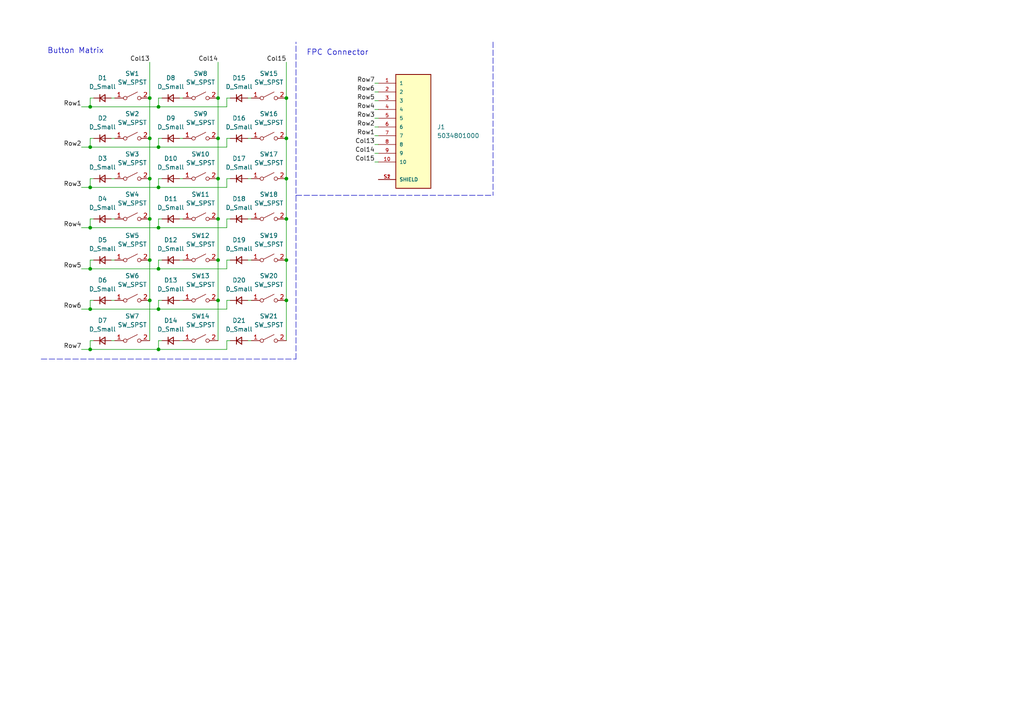
<source format=kicad_sch>
(kicad_sch (version 20211123) (generator eeschema)
  (paper "A4")
  (title_block (title "Calculator Number Pad Module") (rev "1"))
  (lib_symbols
    (symbol "5034801000:5034801000" (pin_names (offset 1.016))
      (property "Reference" "J" (at -5.08 18.542 0))
      (property "Value" "5034801000" (at -5.08 -17.78 0))
      (symbol "5034801000_0_0"
        (rectangle (start -5.08 -15.24) (end 5.08 17.78) (stroke (width 0.254)) (fill (type background)))
        (pin passive line (at -10.16 15.24 0) (length 5.08) (name "1") (number "1"))
        (pin passive line (at -10.16 -7.62 0) (length 5.08) (name "10") (number "10"))
        (pin passive line (at -10.16 12.7 0) (length 5.08) (name "2") (number "2"))
        (pin passive line (at -10.16 10.16 0) (length 5.08) (name "3") (number "3"))
        (pin passive line (at -10.16 7.62 0) (length 5.08) (name "4") (number "4"))
        (pin passive line (at -10.16 5.08 0) (length 5.08) (name "5") (number "5"))
        (pin passive line (at -10.16 2.54 0) (length 5.08) (name "6") (number "6"))
        (pin passive line (at -10.16 0 0) (length 5.08) (name "7") (number "7"))
        (pin passive line (at -10.16 -2.54 0) (length 5.08) (name "8") (number "8"))
        (pin passive line (at -10.16 -5.08 0) (length 5.08) (name "9") (number "9"))
        (pin passive line (at -10.16 -12.7 0) (length 5.08) (name "SHIELD") (number "S1"))
        (pin passive line (at -10.16 -12.7 0) (length 5.08) (name "SHIELD") (number "S2"))
      )
    )
    (symbol "Device:D_Small" (pin_numbers hide) (pin_names (offset 0.254) hide)
      (property "Reference" "D" (at -1.27 2.032 0))
      (property "Value" "D_Small" (at -3.81 -2.032 0))
      (symbol "D_Small_0_1"
        (polyline (pts (xy -0.762 -1.016) (xy -0.762 1.016)) (stroke (width 0.254)))
        (polyline (pts (xy -0.762 0) (xy 0.762 0)))
        (polyline (pts (xy 0.762 -1.016) (xy -0.762 0) (xy 0.762 1.016) (xy 0.762 -1.016)) (stroke (width 0.254)))
      )
      (symbol "D_Small_1_1"
        (pin passive line (at -2.54 0 0) (length 1.778) (name "K") (number "1"))
        (pin passive line (at 2.54 0 180) (length 1.778) (name "A") (number "2"))
      )
    )
    (symbol "Switch:SW_SPST" (pin_names (offset 0) hide)
      (property "Reference" "SW" (at 0 3.175 0))
      (property "Value" "SW_SPST" (at 0 -2.54 0))
      (symbol "SW_SPST_0_0"
        (circle (center -2.032 0) (radius 0.508))
        (polyline (pts (xy -1.524 0.254) (xy 1.524 1.778)))
        (circle (center 2.032 0) (radius 0.508))
      )
      (symbol "SW_SPST_1_1"
        (pin passive line (at -5.08 0 0) (length 2.54) (name "A") (number "1"))
        (pin passive line (at 5.08 0 180) (length 2.54) (name "B") (number "2"))
      )
    )
  )
  (junction (at 63.246 63.5))
  (junction (at 45.974 89.662))
  (junction (at 83.058 40.132))
  (junction (at 43.434 87.122))
  (junction (at 45.974 54.356))
  (junction (at 45.974 77.978))
  (junction (at 63.246 40.132))
  (junction (at 63.246 51.816))
  (junction (at 26.162 42.672))
  (junction (at 45.974 66.04))
  (junction (at 26.162 66.04))
  (junction (at 83.058 28.448))
  (junction (at 63.246 28.448))
  (junction (at 83.058 87.122))
  (junction (at 63.246 87.122))
  (junction (at 63.246 75.438))
  (junction (at 45.974 42.672))
  (junction (at 43.434 40.132))
  (junction (at 43.434 28.448))
  (junction (at 26.162 77.978))
  (junction (at 43.434 75.438))
  (junction (at 45.974 101.346))
  (junction (at 43.434 63.5))
  (junction (at 26.162 101.346))
  (junction (at 83.058 63.5))
  (junction (at 83.058 75.438))
  (junction (at 26.162 54.356))
  (junction (at 43.434 51.816))
  (junction (at 83.058 51.816))
  (junction (at 26.162 89.662))
  (junction (at 26.162 30.988))
  (junction (at 45.974 30.988))
  (wire (pts (xy 45.974 51.816) (xy 45.974 54.356)))
  (wire (pts (xy 43.434 28.448) (xy 43.434 40.132)))
  (wire (pts (xy 108.712 46.99) (xy 109.728 46.99)))
  (wire (pts (xy 65.786 51.816) (xy 65.786 54.356)))
  (wire (pts (xy 108.712 41.91) (xy 109.728 41.91)))
  (wire (pts (xy 63.246 63.5) (xy 63.246 75.438)))
  (wire (pts (xy 52.07 40.132) (xy 53.086 40.132)))
  (wire (pts (xy 32.258 28.448) (xy 33.274 28.448)))
  (wire (pts (xy 52.07 51.816) (xy 53.086 51.816)))
  (wire (pts (xy 46.99 98.806) (xy 45.974 98.806)))
  (wire (pts (xy 27.178 63.5) (xy 26.162 63.5)))
  (wire (pts (xy 63.246 98.806) (xy 63.246 87.122)))
  (wire (pts (xy 27.178 28.448) (xy 26.162 28.448)))
  (wire (pts (xy 66.802 40.132) (xy 65.786 40.132)))
  (wire (pts (xy 45.974 98.806) (xy 45.974 101.346)))
  (wire (pts (xy 66.802 98.806) (xy 65.786 98.806)))
  (wire (pts (xy 65.786 63.5) (xy 65.786 66.04)))
  (wire (pts (xy 66.802 87.122) (xy 65.786 87.122)))
  (wire (pts (xy 26.162 28.448) (xy 26.162 30.988)))
  (wire (pts (xy 45.974 87.122) (xy 45.974 89.662)))
  (wire (pts (xy 43.434 75.438) (xy 43.434 87.122)))
  (wire (pts (xy 46.99 28.448) (xy 45.974 28.448)))
  (wire (pts (xy 45.974 28.448) (xy 45.974 30.988)))
  (wire (pts (xy 108.712 44.45) (xy 109.728 44.45)))
  (wire (pts (xy 32.258 40.132) (xy 33.274 40.132)))
  (wire (pts (xy 65.786 40.132) (xy 65.786 42.672)))
  (wire (pts (xy 66.802 51.816) (xy 65.786 51.816)))
  (wire (pts (xy 23.622 77.978) (xy 26.162 77.978)))
  (wire (pts (xy 26.162 75.438) (xy 26.162 77.978)))
  (wire (pts (xy 65.786 75.438) (xy 65.786 77.978)))
  (wire (pts (xy 27.178 40.132) (xy 26.162 40.132)))
  (wire (pts (xy 43.434 63.5) (xy 43.434 75.438)))
  (wire (pts (xy 71.882 87.122) (xy 72.898 87.122)))
  (wire (pts (xy 23.622 66.04) (xy 26.162 66.04)))
  (wire (pts (xy 108.712 31.75) (xy 109.728 31.75)))
  (wire (pts (xy 71.882 98.806) (xy 72.898 98.806)))
  (wire (pts (xy 63.246 28.448) (xy 63.246 18.034)))
  (wire (pts (xy 43.434 40.132) (xy 43.434 51.816)))
  (wire (pts (xy 66.802 63.5) (xy 65.786 63.5)))
  (wire (pts (xy 26.162 101.346) (xy 45.974 101.346)))
  (wire (pts (xy 45.974 63.5) (xy 45.974 66.04)))
  (wire (pts (xy 65.786 87.122) (xy 65.786 89.662)))
  (wire (pts (xy 66.802 75.438) (xy 65.786 75.438)))
  (wire (pts (xy 27.178 51.816) (xy 26.162 51.816)))
  (polyline (pts (xy 143.002 12.192) (xy 143.002 56.642)))
  (wire (pts (xy 32.258 75.438) (xy 33.274 75.438)))
  (wire (pts (xy 43.434 87.122) (xy 43.434 98.806)))
  (polyline (pts (xy 85.852 104.14) (xy 85.852 12.192)))
  (polyline (pts (xy 85.852 56.642) (xy 143.002 56.642)))
  (wire (pts (xy 45.974 42.672) (xy 65.786 42.672)))
  (wire (pts (xy 52.07 87.122) (xy 53.086 87.122)))
  (wire (pts (xy 46.99 51.816) (xy 45.974 51.816)))
  (wire (pts (xy 83.058 51.816) (xy 83.058 63.5)))
  (wire (pts (xy 26.162 77.978) (xy 45.974 77.978)))
  (wire (pts (xy 23.622 30.988) (xy 26.162 30.988)))
  (wire (pts (xy 26.162 42.672) (xy 45.974 42.672)))
  (wire (pts (xy 83.058 18.034) (xy 83.058 28.448)))
  (wire (pts (xy 52.07 75.438) (xy 53.086 75.438)))
  (wire (pts (xy 26.162 30.988) (xy 45.974 30.988)))
  (wire (pts (xy 65.786 28.448) (xy 65.786 30.988)))
  (wire (pts (xy 43.434 18.034) (xy 43.434 28.448)))
  (wire (pts (xy 108.712 39.37) (xy 109.728 39.37)))
  (wire (pts (xy 26.162 63.5) (xy 26.162 66.04)))
  (wire (pts (xy 83.058 75.438) (xy 83.058 87.122)))
  (polyline (pts (xy 11.938 104.14) (xy 85.852 104.14)))
  (wire (pts (xy 63.246 63.5) (xy 63.246 51.816)))
  (wire (pts (xy 45.974 30.988) (xy 65.786 30.988)))
  (wire (pts (xy 46.99 63.5) (xy 45.974 63.5)))
  (wire (pts (xy 108.712 26.67) (xy 109.728 26.67)))
  (wire (pts (xy 27.178 75.438) (xy 26.162 75.438)))
  (wire (pts (xy 63.246 40.132) (xy 63.246 28.448)))
  (wire (pts (xy 108.712 34.29) (xy 109.728 34.29)))
  (wire (pts (xy 23.622 54.356) (xy 26.162 54.356)))
  (wire (pts (xy 27.178 98.806) (xy 26.162 98.806)))
  (wire (pts (xy 71.882 40.132) (xy 72.898 40.132)))
  (wire (pts (xy 32.258 51.816) (xy 33.274 51.816)))
  (wire (pts (xy 46.99 75.438) (xy 45.974 75.438)))
  (wire (pts (xy 45.974 89.662) (xy 65.786 89.662)))
  (wire (pts (xy 45.974 77.978) (xy 65.786 77.978)))
  (wire (pts (xy 43.434 51.816) (xy 43.434 63.5)))
  (wire (pts (xy 108.712 36.83) (xy 109.728 36.83)))
  (wire (pts (xy 26.162 87.122) (xy 26.162 89.662)))
  (wire (pts (xy 45.974 66.04) (xy 65.786 66.04)))
  (wire (pts (xy 108.712 24.13) (xy 109.728 24.13)))
  (wire (pts (xy 32.258 87.122) (xy 33.274 87.122)))
  (wire (pts (xy 83.058 87.122) (xy 83.058 98.806)))
  (wire (pts (xy 27.178 87.122) (xy 26.162 87.122)))
  (wire (pts (xy 26.162 89.662) (xy 45.974 89.662)))
  (wire (pts (xy 26.162 66.04) (xy 45.974 66.04)))
  (wire (pts (xy 23.622 89.662) (xy 26.162 89.662)))
  (wire (pts (xy 45.974 40.132) (xy 45.974 42.672)))
  (wire (pts (xy 23.622 42.672) (xy 26.162 42.672)))
  (wire (pts (xy 46.99 40.132) (xy 45.974 40.132)))
  (wire (pts (xy 26.162 98.806) (xy 26.162 101.346)))
  (wire (pts (xy 83.058 40.132) (xy 83.058 51.816)))
  (wire (pts (xy 52.07 98.806) (xy 53.086 98.806)))
  (wire (pts (xy 52.07 63.5) (xy 53.086 63.5)))
  (wire (pts (xy 26.162 40.132) (xy 26.162 42.672)))
  (wire (pts (xy 63.246 87.122) (xy 63.246 75.438)))
  (wire (pts (xy 63.246 51.816) (xy 63.246 40.132)))
  (wire (pts (xy 46.99 87.122) (xy 45.974 87.122)))
  (wire (pts (xy 66.802 28.448) (xy 65.786 28.448)))
  (wire (pts (xy 65.786 98.806) (xy 65.786 101.346)))
  (wire (pts (xy 45.974 75.438) (xy 45.974 77.978)))
  (wire (pts (xy 23.622 101.346) (xy 26.162 101.346)))
  (wire (pts (xy 26.162 54.356) (xy 45.974 54.356)))
  (wire (pts (xy 83.058 28.448) (xy 83.058 40.132)))
  (wire (pts (xy 71.882 63.5) (xy 72.898 63.5)))
  (wire (pts (xy 83.058 63.5) (xy 83.058 75.438)))
  (wire (pts (xy 108.712 29.21) (xy 109.728 29.21)))
  (wire (pts (xy 71.882 28.448) (xy 72.898 28.448)))
  (wire (pts (xy 71.882 75.438) (xy 72.898 75.438)))
  (wire (pts (xy 26.162 51.816) (xy 26.162 54.356)))
  (wire (pts (xy 45.974 101.346) (xy 65.786 101.346)))
  (wire (pts (xy 45.974 54.356) (xy 65.786 54.356)))
  (wire (pts (xy 32.258 63.5) (xy 33.274 63.5)))
  (wire (pts (xy 71.882 51.816) (xy 72.898 51.816)))
  (wire (pts (xy 52.07 28.448) (xy 53.086 28.448)))
  (wire (pts (xy 32.258 98.806) (xy 33.274 98.806)))
  (text "FPC Connector" (at 88.9 16.256 0) (effects (font (size 1.6 1.6)) (justify left bottom)))
  (text "Button Matrix\n" (at 13.716 15.748 0) (effects (font (size 1.6 1.6)) (justify left bottom)))
  (label "Row6" (at 108.712 26.67 180))
  (label "Col13" (at 108.712 41.91 180))
  (label "Col14" (at 63.246 18.034 180))
  (label "Row4" (at 108.712 31.75 180))
  (label "Row2" (at 108.712 36.83 180))
  (label "Col15" (at 108.712 46.99 180))
  (label "Row2" (at 23.622 42.672 180))
  (label "Row6" (at 23.622 89.662 180))
  (label "Row1" (at 108.712 39.37 180))
  (label "Col14" (at 108.712 44.45 180))
  (label "Row1" (at 23.622 30.988 180))
  (label "Col13" (at 43.434 18.034 180))
  (label "Col15" (at 83.058 18.034 180))
  (label "Row5" (at 23.622 77.978 180))
  (label "Row3" (at 108.712 34.29 180))
  (label "Row7" (at 108.712 24.13 180))
  (label "Row5" (at 108.712 29.21 180))
  (label "Row7" (at 23.622 101.346 180))
  (label "Row3" (at 23.622 54.356 180))
  (label "Row4" (at 23.622 66.04 180))
  (symbol (lib_id "Switch:SW_SPST") (at 38.354 28.448 0) (unit 1)
    (property "Reference" "SW1" (at 38.354 21.336 0))
    (property "Value" "SW_SPST" (at 38.354 23.876 0))
    (property "Footprint" "KSA_Switch:KSA1M331LFT" (effects hide))
  )
  (symbol (lib_id "Switch:SW_SPST") (at 38.354 75.438 0) (unit 1)
    (property "Reference" "SW5" (at 38.354 68.326 0))
    (property "Value" "SW_SPST" (at 38.354 70.866 0))
    (property "Footprint" "KSA_Switch:KSA1M331LFT" (effects hide))
  )
  (symbol (lib_id "Device:D_Small") (at 69.342 63.5 0) (unit 1)
    (property "Reference" "D18" (at 69.342 57.658 0))
    (property "Value" "D_Small" (at 69.342 60.198 0))
    (property "Footprint" "Diode_SMD:D_SOD-123" (effects hide))
  )
  (symbol (lib_id "Device:D_Small") (at 69.342 75.438 0) (unit 1)
    (property "Reference" "D19" (at 69.342 69.596 0))
    (property "Value" "D_Small" (at 69.342 72.136 0))
    (property "Footprint" "Diode_SMD:D_SOD-123" (effects hide))
  )
  (symbol (lib_id "Switch:SW_SPST") (at 77.978 87.122 0) (unit 1)
    (property "Reference" "SW20" (at 77.978 80.01 0))
    (property "Value" "SW_SPST" (at 77.978 82.55 0))
    (property "Footprint" "KSA_Switch:KSA1M331LFT" (effects hide))
  )
  (symbol (lib_id "Switch:SW_SPST") (at 38.354 87.122 0) (unit 1)
    (property "Reference" "SW6" (at 38.354 80.01 0))
    (property "Value" "SW_SPST" (at 38.354 82.55 0))
    (property "Footprint" "KSA_Switch:KSA1M331LFT" (effects hide))
  )
  (symbol (lib_id "Switch:SW_SPST") (at 38.354 40.132 0) (unit 1)
    (property "Reference" "SW2" (at 38.354 33.02 0))
    (property "Value" "SW_SPST" (at 38.354 35.56 0))
    (property "Footprint" "KSA_Switch:KSA1M331LFT" (effects hide))
  )
  (symbol (lib_id "Switch:SW_SPST") (at 38.354 51.816 0) (unit 1)
    (property "Reference" "SW3" (at 38.354 44.704 0))
    (property "Value" "SW_SPST" (at 38.354 47.244 0))
    (property "Footprint" "KSA_Switch:KSA1M331LFT" (effects hide))
  )
  (symbol (lib_id "5034801000:5034801000") (at 119.888 39.37 0) (unit 1)
    (property "Reference" "J1" (at 126.746 36.8299 0) (effects (justify left)))
    (property "Value" "5034801000" (at 126.746 39.3699 0) (effects (justify left)))
    (property "Footprint" "5034801000:MOLEX_5034801000" (effects hide))
    (property "MANUFACTURER" "MOLEX" (effects hide))
    (property "STANDARD" "Manufacturer Recommendation" (effects hide))
    (property "PARTREV" "H" (effects hide))
  )
  (symbol (lib_id "Switch:SW_SPST") (at 77.978 98.806 0) (unit 1)
    (property "Reference" "SW21" (at 77.978 91.694 0))
    (property "Value" "SW_SPST" (at 77.978 94.234 0))
    (property "Footprint" "KSA_Switch:KSA1M331LFT" (effects hide))
  )
  (symbol (lib_id "Device:D_Small") (at 49.53 75.438 0) (unit 1)
    (property "Reference" "D12" (at 49.53 69.596 0))
    (property "Value" "D_Small" (at 49.53 72.136 0))
    (property "Footprint" "Diode_SMD:D_SOD-123" (effects hide))
  )
  (symbol (lib_id "Switch:SW_SPST") (at 77.978 40.132 0) (unit 1)
    (property "Reference" "SW16" (at 77.978 33.02 0))
    (property "Value" "SW_SPST" (at 77.978 35.56 0))
    (property "Footprint" "KSA_Switch:KSA1M331LFT" (effects hide))
  )
  (symbol (lib_id "Switch:SW_SPST") (at 77.978 75.438 0) (unit 1)
    (property "Reference" "SW19" (at 77.978 68.326 0))
    (property "Value" "SW_SPST" (at 77.978 70.866 0))
    (property "Footprint" "KSA_Switch:KSA1M331LFT" (effects hide))
  )
  (symbol (lib_id "Device:D_Small") (at 29.718 40.132 0) (unit 1)
    (property "Reference" "D2" (at 29.718 34.29 0))
    (property "Value" "D_Small" (at 29.718 36.83 0))
    (property "Footprint" "Diode_SMD:D_SOD-123" (effects hide))
  )
  (symbol (lib_id "Device:D_Small") (at 29.718 87.122 0) (unit 1)
    (property "Reference" "D6" (at 29.718 81.28 0))
    (property "Value" "D_Small" (at 29.718 83.82 0))
    (property "Footprint" "Diode_SMD:D_SOD-123" (effects hide))
  )
  (symbol (lib_id "Switch:SW_SPST") (at 38.354 98.806 0) (unit 1)
    (property "Reference" "SW7" (at 38.354 91.694 0))
    (property "Value" "SW_SPST" (at 38.354 94.234 0))
    (property "Footprint" "KSA_Switch:KSA1M331LFT" (effects hide))
  )
  (symbol (lib_id "Switch:SW_SPST") (at 58.166 40.132 0) (unit 1)
    (property "Reference" "SW9" (at 58.166 33.02 0))
    (property "Value" "SW_SPST" (at 58.166 35.56 0))
    (property "Footprint" "KSA_Switch:KSA1M331LFT" (effects hide))
  )
  (symbol (lib_id "Switch:SW_SPST") (at 58.166 98.806 0) (unit 1)
    (property "Reference" "SW14" (at 58.166 91.694 0))
    (property "Value" "SW_SPST" (at 58.166 94.234 0))
    (property "Footprint" "KSA_Switch:KSA1M331LFT" (effects hide))
  )
  (symbol (lib_id "Switch:SW_SPST") (at 58.166 28.448 0) (unit 1)
    (property "Reference" "SW8" (at 58.166 21.336 0))
    (property "Value" "SW_SPST" (at 58.166 23.876 0))
    (property "Footprint" "KSA_Switch:KSA1M331LFT" (effects hide))
  )
  (symbol (lib_id "Switch:SW_SPST") (at 77.978 51.816 0) (unit 1)
    (property "Reference" "SW17" (at 77.978 44.704 0))
    (property "Value" "SW_SPST" (at 77.978 47.244 0))
    (property "Footprint" "KSA_Switch:KSA1M331LFT" (effects hide))
  )
  (symbol (lib_id "Device:D_Small") (at 29.718 98.806 0) (unit 1)
    (property "Reference" "D7" (at 29.718 92.964 0))
    (property "Value" "D_Small" (at 29.718 95.504 0))
    (property "Footprint" "Diode_SMD:D_SOD-123" (effects hide))
  )
  (symbol (lib_id "Switch:SW_SPST") (at 58.166 51.816 0) (unit 1)
    (property "Reference" "SW10" (at 58.166 44.704 0))
    (property "Value" "SW_SPST" (at 58.166 47.244 0))
    (property "Footprint" "KSA_Switch:KSA1M331LFT" (effects hide))
  )
  (symbol (lib_id "Switch:SW_SPST") (at 58.166 87.122 0) (unit 1)
    (property "Reference" "SW13" (at 58.166 80.01 0))
    (property "Value" "SW_SPST" (at 58.166 82.55 0))
    (property "Footprint" "KSA_Switch:KSA1M331LFT" (effects hide))
  )
  (symbol (lib_id "Device:D_Small") (at 69.342 51.816 0) (unit 1)
    (property "Reference" "D17" (at 69.342 45.974 0))
    (property "Value" "D_Small" (at 69.342 48.514 0))
    (property "Footprint" "Diode_SMD:D_SOD-123" (effects hide))
  )
  (symbol (lib_id "Switch:SW_SPST") (at 77.978 28.448 0) (unit 1)
    (property "Reference" "SW15" (at 77.978 21.336 0))
    (property "Value" "SW_SPST" (at 77.978 23.876 0))
    (property "Footprint" "KSA_Switch:KSA1M331LFT" (effects hide))
  )
  (symbol (lib_id "Device:D_Small") (at 69.342 87.122 0) (unit 1)
    (property "Reference" "D20" (at 69.342 81.28 0))
    (property "Value" "D_Small" (at 69.342 83.82 0))
    (property "Footprint" "Diode_SMD:D_SOD-123" (effects hide))
  )
  (symbol (lib_id "Switch:SW_SPST") (at 58.166 75.438 0) (unit 1)
    (property "Reference" "SW12" (at 58.166 68.326 0))
    (property "Value" "SW_SPST" (at 58.166 70.866 0))
    (property "Footprint" "KSA_Switch:KSA1M331LFT" (effects hide))
  )
  (symbol (lib_id "Switch:SW_SPST") (at 77.978 63.5 0) (unit 1)
    (property "Reference" "SW18" (at 77.978 56.388 0))
    (property "Value" "SW_SPST" (at 77.978 58.928 0))
    (property "Footprint" "KSA_Switch:KSA1M331LFT" (effects hide))
  )
  (symbol (lib_id "Device:D_Small") (at 49.53 87.122 0) (unit 1)
    (property "Reference" "D13" (at 49.53 81.28 0))
    (property "Value" "D_Small" (at 49.53 83.82 0))
    (property "Footprint" "Diode_SMD:D_SOD-123" (effects hide))
  )
  (symbol (lib_id "Device:D_Small") (at 69.342 40.132 0) (unit 1)
    (property "Reference" "D16" (at 69.342 34.29 0))
    (property "Value" "D_Small" (at 69.342 36.83 0))
    (property "Footprint" "Diode_SMD:D_SOD-123" (effects hide))
  )
  (symbol (lib_id "Device:D_Small") (at 49.53 98.806 0) (unit 1)
    (property "Reference" "D14" (at 49.53 92.964 0))
    (property "Value" "D_Small" (at 49.53 95.504 0))
    (property "Footprint" "Diode_SMD:D_SOD-123" (effects hide))
  )
  (symbol (lib_id "Device:D_Small") (at 49.53 63.5 0) (unit 1)
    (property "Reference" "D11" (at 49.53 57.658 0))
    (property "Value" "D_Small" (at 49.53 60.198 0))
    (property "Footprint" "Diode_SMD:D_SOD-123" (effects hide))
  )
  (symbol (lib_id "Device:D_Small") (at 29.718 28.448 0) (unit 1)
    (property "Reference" "D1" (at 29.718 22.606 0))
    (property "Value" "D_Small" (at 29.718 25.146 0))
    (property "Footprint" "Diode_SMD:D_SOD-123" (effects hide))
  )
  (symbol (lib_id "Device:D_Small") (at 29.718 63.5 0) (unit 1)
    (property "Reference" "D4" (at 29.718 57.658 0))
    (property "Value" "D_Small" (at 29.718 60.198 0))
    (property "Footprint" "Diode_SMD:D_SOD-123" (effects hide))
  )
  (symbol (lib_id "Device:D_Small") (at 69.342 28.448 0) (unit 1)
    (property "Reference" "D15" (at 69.342 22.606 0))
    (property "Value" "D_Small" (at 69.342 25.146 0))
    (property "Footprint" "Diode_SMD:D_SOD-123" (effects hide))
  )
  (symbol (lib_id "Device:D_Small") (at 49.53 28.448 0) (unit 1)
    (property "Reference" "D8" (at 49.53 22.606 0))
    (property "Value" "D_Small" (at 49.53 25.146 0))
    (property "Footprint" "Diode_SMD:D_SOD-123" (effects hide))
  )
  (symbol (lib_id "Switch:SW_SPST") (at 38.354 63.5 0) (unit 1)
    (property "Reference" "SW4" (at 38.354 56.388 0))
    (property "Value" "SW_SPST" (at 38.354 58.928 0))
    (property "Footprint" "KSA_Switch:KSA1M331LFT" (effects hide))
  )
  (symbol (lib_id "Switch:SW_SPST") (at 58.166 63.5 0) (unit 1)
    (property "Reference" "SW11" (at 58.166 56.388 0))
    (property "Value" "SW_SPST" (at 58.166 58.928 0))
    (property "Footprint" "KSA_Switch:KSA1M331LFT" (effects hide))
  )
  (symbol (lib_id "Device:D_Small") (at 49.53 40.132 0) (unit 1)
    (property "Reference" "D9" (at 49.53 34.29 0))
    (property "Value" "D_Small" (at 49.53 36.83 0))
    (property "Footprint" "Diode_SMD:D_SOD-123" (effects hide))
  )
  (symbol (lib_id "Device:D_Small") (at 29.718 75.438 0) (unit 1)
    (property "Reference" "D5" (at 29.718 69.596 0))
    (property "Value" "D_Small" (at 29.718 72.136 0))
    (property "Footprint" "Diode_SMD:D_SOD-123" (effects hide))
  )
  (symbol (lib_id "Device:D_Small") (at 69.342 98.806 0) (unit 1)
    (property "Reference" "D21" (at 69.342 92.964 0))
    (property "Value" "D_Small" (at 69.342 95.504 0))
    (property "Footprint" "Diode_SMD:D_SOD-123" (effects hide))
  )
  (symbol (lib_id "Device:D_Small") (at 49.53 51.816 0) (unit 1)
    (property "Reference" "D10" (at 49.53 45.974 0))
    (property "Value" "D_Small" (at 49.53 48.514 0))
    (property "Footprint" "Diode_SMD:D_SOD-123" (effects hide))
  )
  (symbol (lib_id "Device:D_Small") (at 29.718 51.816 0) (unit 1)
    (property "Reference" "D3" (at 29.718 45.974 0))
    (property "Value" "D_Small" (at 29.718 48.514 0))
    (property "Footprint" "Diode_SMD:D_SOD-123" (effects hide))
  )
)
</source>
